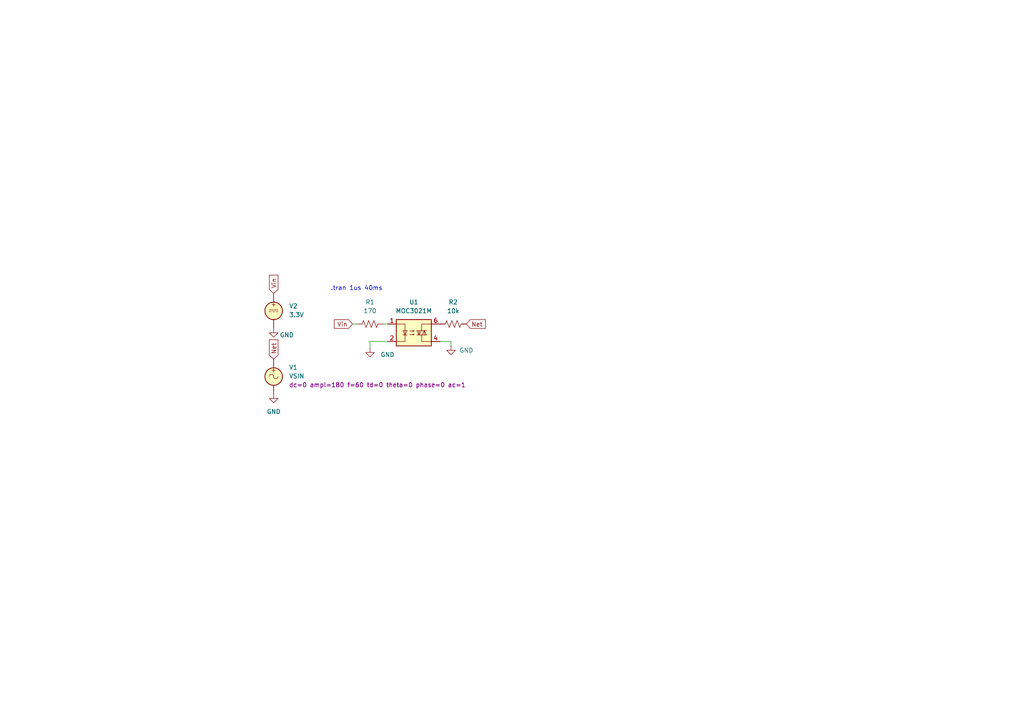
<source format=kicad_sch>
(kicad_sch (version 20230121) (generator eeschema)
  (paper "A4")
  (lib_symbols
    (symbol "Device:R_US" (pin_numbers hide) (pin_names (offset 0))
      (property "Reference" "R" (at 2.54 0 90))
      (property "Value" "R_US" (at -2.54 0 90))
      (symbol "R_US_0_1"
        (polyline (pts (xy 0 -2.286) (xy 0 -2.54)))
        (polyline (pts (xy 0 2.286) (xy 0 2.54)))
        (polyline (pts (xy 0 -0.762) (xy 1.016 -1.143) (xy 0 -1.524) (xy -1.016 -1.905) (xy 0 -2.286)))
        (polyline (pts (xy 0 0.762) (xy 1.016 0.381) (xy 0 0) (xy -1.016 -0.381) (xy 0 -0.762)))
        (polyline (pts (xy 0 2.286) (xy 1.016 1.905) (xy 0 1.524) (xy -1.016 1.143) (xy 0 0.762)))
      )
      (symbol "R_US_1_1"
        (pin passive line (at 0 3.81 270) (length 1.27) (name "~") (number "1"))
        (pin passive line (at 0 -3.81 90) (length 1.27) (name "~") (number "2"))
      )
    )
    (symbol "Relay_SolidState:MOC3021M"
      (property "Reference" "U" (at -5.334 4.826 0))
      (property "Value" "MOC3021M" (at 0 5.08 0))
      (symbol "MOC3021M_0_1"
        (rectangle (start -5.08 3.81) (end 5.08 -3.81) (stroke (width 0.254)) (fill (type background)))
        (polyline (pts (xy -3.175 -0.635) (xy -1.905 -0.635)))
        (polyline (pts (xy 1.524 -0.635) (xy 1.524 0.635)))
        (polyline (pts (xy 3.048 0.635) (xy 3.048 -0.635)))
        (polyline (pts (xy 2.286 -0.635) (xy 2.286 -2.54) (xy 5.08 -2.54)))
        (polyline (pts (xy 2.286 0.635) (xy 2.286 2.54) (xy 5.08 2.54)))
        (polyline (pts (xy -5.08 2.54) (xy -2.54 2.54) (xy -2.54 -2.54) (xy -5.08 -2.54)))
        (polyline (pts (xy -2.54 -0.635) (xy -3.175 0.635) (xy -1.905 0.635) (xy -2.54 -0.635)))
        (polyline (pts (xy 0.889 -0.635) (xy 3.683 -0.635) (xy 3.048 0.635) (xy 2.413 -0.635)))
        (polyline (pts (xy 3.683 0.635) (xy 0.889 0.635) (xy 1.524 -0.635) (xy 2.159 0.635)))
        (polyline (pts (xy -1.143 -0.508) (xy 0.127 -0.508) (xy -0.254 -0.635) (xy -0.254 -0.381) (xy 0.127 -0.508)))
        (polyline (pts (xy -1.143 0.508) (xy 0.127 0.508) (xy -0.254 0.381) (xy -0.254 0.635) (xy 0.127 0.508)))
      )
      (symbol "MOC3021M_1_1"
        (pin passive line (at -7.62 2.54 0) (length 2.54) (name "~") (number "1"))
        (pin passive line (at -7.62 -2.54 0) (length 2.54) (name "~") (number "2"))
        (pin no_connect line (at -5.08 0 0) (length 2.54) hide (name "NC") (number "3"))
        (pin passive line (at 7.62 -2.54 180) (length 2.54) (name "~") (number "4"))
        (pin no_connect line (at 5.08 0 180) (length 2.54) hide (name "NC") (number "5"))
        (pin passive line (at 7.62 2.54 180) (length 2.54) (name "~") (number "6"))
      )
    )
    (symbol "Simulation_SPICE:VDC" (pin_numbers hide) (pin_names (offset 0.0254))
      (property "Reference" "V" (at 2.54 2.54 0))
      (property "Value" "1" (at 2.54 0 0))
      (symbol "VDC_0_0"
        (polyline (pts (xy -1.27 0.254) (xy 1.27 0.254)))
        (polyline (pts (xy -0.762 -0.254) (xy -1.27 -0.254)))
        (polyline (pts (xy 0.254 -0.254) (xy -0.254 -0.254)))
        (polyline (pts (xy 1.27 -0.254) (xy 0.762 -0.254)))
        (text "+" (at 0 1.905 0) (effects (font (size 1.27 1.27))))
      )
      (symbol "VDC_0_1"
        (circle (center 0 0) (radius 2.54) (stroke (width 0.254)) (fill (type background)))
      )
      (symbol "VDC_1_1"
        (pin passive line (at 0 5.08 270) (length 2.54) (name "~") (number "1"))
        (pin passive line (at 0 -5.08 90) (length 2.54) (name "~") (number "2"))
      )
    )
    (symbol "Simulation_SPICE:VSIN" (pin_numbers hide) (pin_names (offset 0.0254))
      (property "Reference" "V" (at 2.54 2.54 0))
      (property "Value" "VSIN" (at 2.54 0 0))
      (property "Sim.Params" "dc=0 ampl=1 f=1k ac=1" (at 2.54 -2.54 0))
      (symbol "VSIN_0_0"
        (arc (start 0 0) (mid -0.635 0.6323) (end -1.27 0))
        (arc (start 0 0) (mid 0.635 -0.6323) (end 1.27 0))
        (text "+" (at 0 1.905 0) (effects (font (size 1.27 1.27))))
      )
      (symbol "VSIN_0_1"
        (circle (center 0 0) (radius 2.54) (stroke (width 0.254)) (fill (type background)))
      )
      (symbol "VSIN_1_1"
        (pin passive line (at 0 5.08 270) (length 2.54) (name "~") (number "1"))
        (pin passive line (at 0 -5.08 90) (length 2.54) (name "~") (number "2"))
      )
    )
    (symbol "power:GND" (power) (pin_names (offset 0))
      (property "Value" "GND" (at 0 -3.81 0))
      (symbol "GND_0_1"
        (polyline (pts (xy 0 0) (xy 0 -1.27) (xy 1.27 -1.27) (xy 0 -2.54) (xy -1.27 -1.27) (xy 0 -1.27)))
      )
      (symbol "GND_1_1"
        (pin power_in line (at 0 0 270) (length 0) hide (name "GND") (number "1"))
      )
    )
  )
  (wire (pts (xy 111.125 93.98) (xy 112.395 93.98)))
  (wire (pts (xy 127.635 99.06) (xy 130.81 99.06)))
  (wire (pts (xy 107.315 99.06) (xy 107.315 100.965)))
  (wire (pts (xy 130.81 99.06) (xy 130.81 100.33)))
  (wire (pts (xy 102.235 93.98) (xy 103.505 93.98)))
  (wire (pts (xy 112.395 99.06) (xy 107.315 99.06)))
  (text ".tran 1us 40ms" (at 95.885 84.455 0) (effects (font (size 1.27 1.27)) (justify left bottom)))
  (global_label "Vin" (shape input) (at 102.235 93.98 180) (property "Intersheetrefs" "${INTERSHEET_REFS}" (effects hide)))
  (global_label "Net" (shape input) (at 135.255 93.98 0) (property "Intersheetrefs" "${INTERSHEET_REFS}" (effects hide)))
  (global_label "Net" (shape input) (at 79.375 104.14 90) (property "Intersheetrefs" "${INTERSHEET_REFS}" (effects hide)))
  (global_label "Vin" (shape input) (at 79.375 85.09 90) (property "Intersheetrefs" "${INTERSHEET_REFS}" (effects hide)))
  (symbol (lib_id "Device:R_US") (at 131.445 93.98 90) (unit 1)
    (property "Reference" "R2" (at 131.445 87.63 90))
    (property "Value" "10k" (at 131.445 90.17 90))
  )
  (symbol (lib_id "Simulation_SPICE:VSIN") (at 79.375 109.22 0) (unit 1)
    (property "Reference" "V1" (at 83.82 106.5502 0) (effects (justify left)))
    (property "Value" "VSIN" (at 83.82 109.0902 0) (effects (justify left)))
    (property "Sim.Pins" "1=+ 2=-" (effects hide))
    (property "Sim.Params" "dc=0 ampl=180 f=60 td=0 theta=0 phase=0 ac=1" (at 83.82 111.6302 0) (effects (justify left)))
    (property "Sim.Type" "SIN" (effects hide))
    (property "Sim.Device" "V" (effects hide))
  )
  (symbol (lib_id "Device:R_US") (at 107.315 93.98 270) (unit 1)
    (property "Reference" "R1" (at 107.315 87.63 90))
    (property "Value" "170" (at 107.315 90.17 90))
  )
  (symbol (lib_id "power:GND") (at 79.375 95.25 0) (unit 1)
    (property "Reference" "#PWR03" (effects hide))
    (property "Value" "GND" (at 83.185 97.155 0))
  )
  (symbol (lib_id "Relay_SolidState:MOC3021M") (at 120.015 96.52 0) (unit 1)
    (property "Reference" "U1" (at 120.015 87.63 0))
    (property "Value" "MOC3021M" (at 120.015 90.17 0))
    (property "Datasheet" "https://www.onsemi.com/pub/Collateral/MOC3023M-D.PDF" (effects hide))
    (property "Sim.Library" "/home/rnascunha/dev/kicad/kicad-libs/libs/moc3021/MOC302x.lib" (effects hide))
    (property "Sim.Name" "MOC3021" (effects hide))
    (property "Sim.Device" "SUBCKT" (effects hide))
    (property "Sim.Pins" "1=1 2=2 4=3 6=4" (effects hide))
  )
  (symbol (lib_id "Simulation_SPICE:VDC") (at 79.375 90.17 0) (unit 1)
    (property "Reference" "V2" (at 83.82 88.7702 0) (effects (justify left)))
    (property "Value" "3.3V" (at 83.82 91.3102 0) (effects (justify left)))
    (property "Sim.Pins" "1=+ 2=-" (effects hide))
    (property "Sim.Type" "DC" (effects hide))
    (property "Sim.Device" "V" (effects hide))
  )
  (symbol (lib_id "power:GND") (at 130.81 100.33 0) (unit 1)
    (property "Reference" "#PWR02" (effects hide))
    (property "Value" "GND" (at 135.255 101.6 0))
  )
  (symbol (lib_id "power:GND") (at 107.315 100.965 0) (unit 1)
    (property "Reference" "#PWR01" (effects hide))
    (property "Value" "GND" (at 112.395 102.87 0))
  )
  (symbol (lib_id "power:GND") (at 79.375 114.3 0) (unit 1)
    (property "Reference" "#PWR04" (effects hide))
    (property "Value" "GND" (at 79.375 119.38 0))
  )
)
</source>
